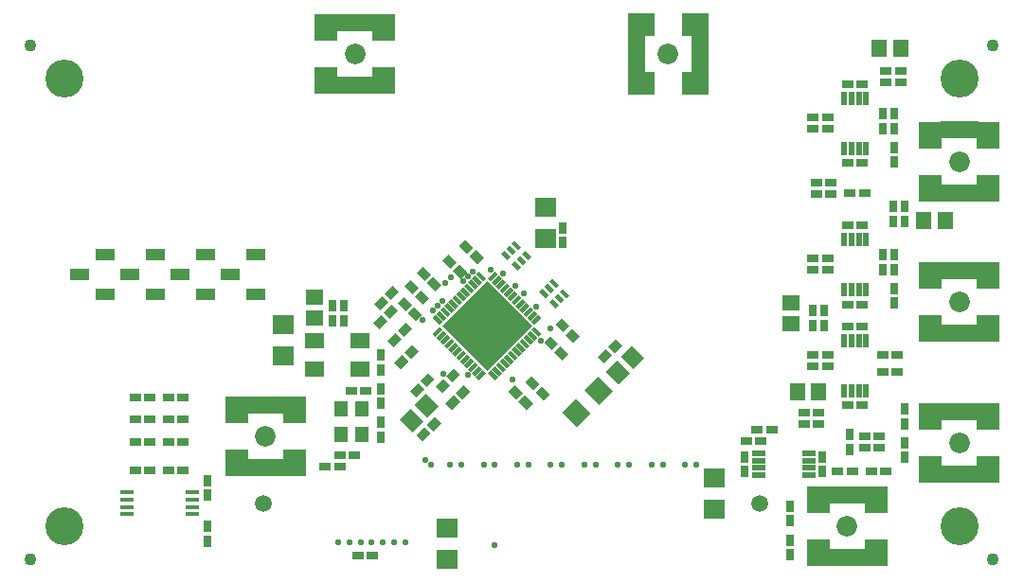
<source format=gts>
G75*
G70*
%OFA0B0*%
%FSLAX24Y24*%
%IPPOS*%
%LPD*%
%AMOC8*
5,1,8,0,0,1.08239X$1,22.5*
%
%ADD10C,0.1339*%
%ADD11C,0.0591*%
%ADD12R,0.0158X0.0355*%
%ADD13R,0.2245X0.2245*%
%ADD14R,0.0316X0.0158*%
%ADD15R,0.0394X0.0316*%
%ADD16R,0.0316X0.0394*%
%ADD17R,0.0750X0.0670*%
%ADD18R,0.0552X0.0631*%
%ADD19R,0.0512X0.0178*%
%ADD20R,0.0197X0.0473*%
%ADD21R,0.0473X0.0197*%
%ADD22R,0.0670X0.0552*%
%ADD23C,0.0721*%
%ADD24R,0.0965X0.0788*%
%ADD25R,0.0631X0.1379*%
%ADD26R,0.0788X0.0965*%
%ADD27R,0.1379X0.0631*%
%ADD28C,0.0434*%
%ADD29R,0.0631X0.0552*%
%ADD30R,0.0453X0.0552*%
%ADD31R,0.0670X0.0434*%
%ADD32R,0.0670X0.0750*%
%ADD33C,0.0220*%
D10*
X002119Y002119D03*
X002119Y017867D03*
X033615Y017867D03*
X033615Y002119D03*
D11*
X026607Y002906D03*
X009126Y002906D03*
D12*
G36*
X016721Y007746D02*
X016833Y007634D01*
X016583Y007384D01*
X016471Y007496D01*
X016721Y007746D01*
G37*
G36*
X016582Y007885D02*
X016694Y007773D01*
X016444Y007523D01*
X016332Y007635D01*
X016582Y007885D01*
G37*
G36*
X016443Y008024D02*
X016555Y007912D01*
X016305Y007662D01*
X016193Y007774D01*
X016443Y008024D01*
G37*
G36*
X016304Y008164D02*
X016416Y008052D01*
X016166Y007802D01*
X016054Y007914D01*
X016304Y008164D01*
G37*
G36*
X016165Y008303D02*
X016277Y008191D01*
X016027Y007941D01*
X015915Y008053D01*
X016165Y008303D01*
G37*
G36*
X016025Y008442D02*
X016137Y008330D01*
X015887Y008080D01*
X015775Y008192D01*
X016025Y008442D01*
G37*
G36*
X015886Y008581D02*
X015998Y008469D01*
X015748Y008219D01*
X015636Y008331D01*
X015886Y008581D01*
G37*
G36*
X015747Y008720D02*
X015859Y008608D01*
X015609Y008358D01*
X015497Y008470D01*
X015747Y008720D01*
G37*
G36*
X015608Y008860D02*
X015720Y008748D01*
X015470Y008498D01*
X015358Y008610D01*
X015608Y008860D01*
G37*
G36*
X015469Y008999D02*
X015581Y008887D01*
X015331Y008637D01*
X015219Y008749D01*
X015469Y008999D01*
G37*
G36*
X015329Y009138D02*
X015441Y009026D01*
X015191Y008776D01*
X015079Y008888D01*
X015329Y009138D01*
G37*
G36*
X015441Y009306D02*
X015329Y009194D01*
X015079Y009444D01*
X015191Y009556D01*
X015441Y009306D01*
G37*
G36*
X015581Y009445D02*
X015469Y009333D01*
X015219Y009583D01*
X015331Y009695D01*
X015581Y009445D01*
G37*
G36*
X015720Y009584D02*
X015608Y009472D01*
X015358Y009722D01*
X015470Y009834D01*
X015720Y009584D01*
G37*
G36*
X015859Y009723D02*
X015747Y009611D01*
X015497Y009861D01*
X015609Y009973D01*
X015859Y009723D01*
G37*
G36*
X015998Y009862D02*
X015886Y009750D01*
X015636Y010000D01*
X015748Y010112D01*
X015998Y009862D01*
G37*
G36*
X016137Y010002D02*
X016025Y009890D01*
X015775Y010140D01*
X015887Y010252D01*
X016137Y010002D01*
G37*
G36*
X016277Y010141D02*
X016165Y010029D01*
X015915Y010279D01*
X016027Y010391D01*
X016277Y010141D01*
G37*
G36*
X016416Y010280D02*
X016304Y010168D01*
X016054Y010418D01*
X016166Y010530D01*
X016416Y010280D01*
G37*
G36*
X016555Y010419D02*
X016443Y010307D01*
X016193Y010557D01*
X016305Y010669D01*
X016555Y010419D01*
G37*
G36*
X016694Y010558D02*
X016582Y010446D01*
X016332Y010696D01*
X016444Y010808D01*
X016694Y010558D01*
G37*
G36*
X016833Y010697D02*
X016721Y010585D01*
X016471Y010835D01*
X016583Y010947D01*
X016833Y010697D01*
G37*
G36*
X016973Y010837D02*
X016861Y010725D01*
X016611Y010975D01*
X016723Y011087D01*
X016973Y010837D01*
G37*
G36*
X017140Y010725D02*
X017028Y010837D01*
X017278Y011087D01*
X017390Y010975D01*
X017140Y010725D01*
G37*
G36*
X017279Y010585D02*
X017167Y010697D01*
X017417Y010947D01*
X017529Y010835D01*
X017279Y010585D01*
G37*
G36*
X017419Y010446D02*
X017307Y010558D01*
X017557Y010808D01*
X017669Y010696D01*
X017419Y010446D01*
G37*
G36*
X017558Y010307D02*
X017446Y010419D01*
X017696Y010669D01*
X017808Y010557D01*
X017558Y010307D01*
G37*
G36*
X017697Y010168D02*
X017585Y010280D01*
X017835Y010530D01*
X017947Y010418D01*
X017697Y010168D01*
G37*
G36*
X017836Y010029D02*
X017724Y010141D01*
X017974Y010391D01*
X018086Y010279D01*
X017836Y010029D01*
G37*
G36*
X017975Y009890D02*
X017863Y010002D01*
X018113Y010252D01*
X018225Y010140D01*
X017975Y009890D01*
G37*
G36*
X018115Y009750D02*
X018003Y009862D01*
X018253Y010112D01*
X018365Y010000D01*
X018115Y009750D01*
G37*
G36*
X018254Y009611D02*
X018142Y009723D01*
X018392Y009973D01*
X018504Y009861D01*
X018254Y009611D01*
G37*
G36*
X018393Y009472D02*
X018281Y009584D01*
X018531Y009834D01*
X018643Y009722D01*
X018393Y009472D01*
G37*
G36*
X018532Y009333D02*
X018420Y009445D01*
X018670Y009695D01*
X018782Y009583D01*
X018532Y009333D01*
G37*
G36*
X018671Y009194D02*
X018559Y009306D01*
X018809Y009556D01*
X018921Y009444D01*
X018671Y009194D01*
G37*
G36*
X018559Y009026D02*
X018671Y009138D01*
X018921Y008888D01*
X018809Y008776D01*
X018559Y009026D01*
G37*
G36*
X018420Y008887D02*
X018532Y008999D01*
X018782Y008749D01*
X018670Y008637D01*
X018420Y008887D01*
G37*
G36*
X018281Y008748D02*
X018393Y008860D01*
X018643Y008610D01*
X018531Y008498D01*
X018281Y008748D01*
G37*
G36*
X018142Y008608D02*
X018254Y008720D01*
X018504Y008470D01*
X018392Y008358D01*
X018142Y008608D01*
G37*
G36*
X018003Y008469D02*
X018115Y008581D01*
X018365Y008331D01*
X018253Y008219D01*
X018003Y008469D01*
G37*
G36*
X017863Y008330D02*
X017975Y008442D01*
X018225Y008192D01*
X018113Y008080D01*
X017863Y008330D01*
G37*
G36*
X017724Y008191D02*
X017836Y008303D01*
X018086Y008053D01*
X017974Y007941D01*
X017724Y008191D01*
G37*
G36*
X017585Y008052D02*
X017697Y008164D01*
X017947Y007914D01*
X017835Y007802D01*
X017585Y008052D01*
G37*
G36*
X017446Y007912D02*
X017558Y008024D01*
X017808Y007774D01*
X017696Y007662D01*
X017446Y007912D01*
G37*
G36*
X017307Y007773D02*
X017419Y007885D01*
X017669Y007635D01*
X017557Y007523D01*
X017307Y007773D01*
G37*
G36*
X017167Y007634D02*
X017279Y007746D01*
X017529Y007496D01*
X017417Y007384D01*
X017167Y007634D01*
G37*
G36*
X017028Y007495D02*
X017140Y007607D01*
X017390Y007357D01*
X017278Y007245D01*
X017028Y007495D01*
G37*
G36*
X016861Y007607D02*
X016973Y007495D01*
X016723Y007245D01*
X016611Y007357D01*
X016861Y007607D01*
G37*
D13*
G36*
X015414Y009166D02*
X017000Y010752D01*
X018586Y009166D01*
X017000Y007580D01*
X015414Y009166D01*
G37*
D14*
G36*
X018079Y011117D02*
X017857Y011339D01*
X017969Y011451D01*
X018191Y011229D01*
X018079Y011117D01*
G37*
G36*
X018260Y011298D02*
X018038Y011520D01*
X018150Y011632D01*
X018372Y011410D01*
X018260Y011298D01*
G37*
G36*
X018441Y011479D02*
X018219Y011701D01*
X018331Y011813D01*
X018553Y011591D01*
X018441Y011479D01*
G37*
G36*
X017898Y011660D02*
X017676Y011882D01*
X017788Y011994D01*
X018010Y011772D01*
X017898Y011660D01*
G37*
G36*
X017717Y011479D02*
X017495Y011701D01*
X017607Y011813D01*
X017829Y011591D01*
X017717Y011479D01*
G37*
G36*
X018079Y011841D02*
X017857Y012063D01*
X017969Y012175D01*
X018191Y011953D01*
X018079Y011841D01*
G37*
G36*
X019418Y010502D02*
X019196Y010724D01*
X019308Y010836D01*
X019530Y010614D01*
X019418Y010502D01*
G37*
G36*
X019237Y010321D02*
X019015Y010543D01*
X019127Y010655D01*
X019349Y010433D01*
X019237Y010321D01*
G37*
G36*
X019056Y010140D02*
X018834Y010362D01*
X018946Y010474D01*
X019168Y010252D01*
X019056Y010140D01*
G37*
G36*
X019418Y009779D02*
X019196Y010001D01*
X019308Y010113D01*
X019530Y009891D01*
X019418Y009779D01*
G37*
G36*
X019599Y009960D02*
X019377Y010182D01*
X019489Y010294D01*
X019711Y010072D01*
X019599Y009960D01*
G37*
G36*
X019780Y010140D02*
X019558Y010362D01*
X019670Y010474D01*
X019892Y010252D01*
X019780Y010140D01*
G37*
D15*
G36*
X019681Y008938D02*
X019403Y009216D01*
X019627Y009440D01*
X019905Y009162D01*
X019681Y008938D01*
G37*
G36*
X020043Y008576D02*
X019765Y008854D01*
X019989Y009078D01*
X020267Y008800D01*
X020043Y008576D01*
G37*
G36*
X019649Y007946D02*
X019371Y008224D01*
X019595Y008448D01*
X019873Y008170D01*
X019649Y007946D01*
G37*
G36*
X019287Y008308D02*
X019009Y008586D01*
X019233Y008810D01*
X019511Y008532D01*
X019287Y008308D01*
G37*
G36*
X021401Y008126D02*
X021123Y007848D01*
X020899Y008072D01*
X021177Y008350D01*
X021401Y008126D01*
G37*
G36*
X021763Y008488D02*
X021485Y008210D01*
X021261Y008434D01*
X021539Y008712D01*
X021763Y008488D01*
G37*
G36*
X018980Y006529D02*
X018702Y006807D01*
X018926Y007031D01*
X019204Y006753D01*
X018980Y006529D01*
G37*
G36*
X018389Y006214D02*
X018111Y006492D01*
X018335Y006716D01*
X018613Y006438D01*
X018389Y006214D01*
G37*
G36*
X018028Y006576D02*
X017750Y006854D01*
X017974Y007078D01*
X018252Y006800D01*
X018028Y006576D01*
G37*
G36*
X018618Y006891D02*
X018340Y007169D01*
X018564Y007393D01*
X018842Y007115D01*
X018618Y006891D01*
G37*
G36*
X015907Y006800D02*
X016185Y007078D01*
X016409Y006854D01*
X016131Y006576D01*
X015907Y006800D01*
G37*
G36*
X015190Y007029D02*
X015468Y007307D01*
X015692Y007083D01*
X015414Y006805D01*
X015190Y007029D01*
G37*
G36*
X014647Y007233D02*
X014925Y007511D01*
X015149Y007287D01*
X014871Y007009D01*
X014647Y007233D01*
G37*
G36*
X014285Y006871D02*
X014563Y007149D01*
X014787Y006925D01*
X014509Y006647D01*
X014285Y006871D01*
G37*
X012729Y006882D03*
X012217Y006882D03*
G36*
X013734Y007855D02*
X014012Y008133D01*
X014236Y007909D01*
X013958Y007631D01*
X013734Y007855D01*
G37*
G36*
X014096Y008217D02*
X014374Y008495D01*
X014598Y008271D01*
X014320Y007993D01*
X014096Y008217D01*
G37*
G36*
X013498Y008643D02*
X013776Y008921D01*
X014000Y008697D01*
X013722Y008419D01*
X013498Y008643D01*
G37*
G36*
X013859Y009005D02*
X014137Y009283D01*
X014361Y009059D01*
X014083Y008781D01*
X013859Y009005D01*
G37*
G36*
X012986Y009273D02*
X013264Y009551D01*
X013488Y009327D01*
X013210Y009049D01*
X012986Y009273D01*
G37*
G36*
X013348Y009635D02*
X013626Y009913D01*
X013850Y009689D01*
X013572Y009411D01*
X013348Y009635D01*
G37*
G36*
X013025Y009942D02*
X013303Y010220D01*
X013527Y009996D01*
X013249Y009718D01*
X013025Y009942D01*
G37*
G36*
X013387Y010304D02*
X013665Y010582D01*
X013889Y010358D01*
X013611Y010080D01*
X013387Y010304D01*
G37*
G36*
X014130Y009686D02*
X013852Y009964D01*
X014076Y010188D01*
X014354Y009910D01*
X014130Y009686D01*
G37*
G36*
X014492Y009324D02*
X014214Y009602D01*
X014438Y009826D01*
X014716Y009548D01*
X014492Y009324D01*
G37*
G36*
X014674Y010417D02*
X014952Y010139D01*
X014728Y009915D01*
X014450Y010193D01*
X014674Y010417D01*
G37*
G36*
X014312Y010779D02*
X014590Y010501D01*
X014366Y010277D01*
X014088Y010555D01*
X014312Y010779D01*
G37*
G36*
X014745Y011251D02*
X015023Y010973D01*
X014799Y010749D01*
X014521Y011027D01*
X014745Y011251D01*
G37*
G36*
X015107Y010889D02*
X015385Y010611D01*
X015161Y010387D01*
X014883Y010665D01*
X015107Y010889D01*
G37*
G36*
X015651Y011684D02*
X015929Y011406D01*
X015705Y011182D01*
X015427Y011460D01*
X015651Y011684D01*
G37*
G36*
X016241Y012196D02*
X016519Y011918D01*
X016295Y011694D01*
X016017Y011972D01*
X016241Y012196D01*
G37*
G36*
X016603Y011834D02*
X016881Y011556D01*
X016657Y011332D01*
X016379Y011610D01*
X016603Y011834D01*
G37*
G36*
X016013Y011322D02*
X016291Y011044D01*
X016067Y010820D01*
X015789Y011098D01*
X016013Y011322D01*
G37*
G36*
X015552Y007391D02*
X015830Y007669D01*
X016054Y007445D01*
X015776Y007167D01*
X015552Y007391D01*
G37*
G36*
X015545Y006438D02*
X015823Y006716D01*
X016047Y006492D01*
X015769Y006214D01*
X015545Y006438D01*
G37*
G36*
X014883Y005678D02*
X015161Y005956D01*
X015385Y005732D01*
X015107Y005454D01*
X014883Y005678D01*
G37*
G36*
X014521Y005316D02*
X014799Y005594D01*
X015023Y005370D01*
X014745Y005092D01*
X014521Y005316D01*
G37*
X012335Y004599D03*
X011823Y004599D03*
X011823Y004205D03*
X011311Y004205D03*
X012453Y001056D03*
X012965Y001056D03*
X006311Y004087D03*
X005800Y004087D03*
X005130Y004087D03*
X004619Y004087D03*
X004619Y005071D03*
X005130Y005071D03*
X005800Y005071D03*
X006311Y005071D03*
X006311Y005859D03*
X005800Y005859D03*
X005130Y005859D03*
X004619Y005859D03*
X004619Y006646D03*
X005130Y006646D03*
X005800Y006646D03*
X006311Y006646D03*
X026115Y005111D03*
X026626Y005111D03*
X026508Y005504D03*
X027020Y005504D03*
X028162Y005701D03*
X028162Y006095D03*
X028674Y006095D03*
X028674Y005701D03*
X029697Y006370D03*
X030209Y006370D03*
X030288Y005268D03*
X030288Y004874D03*
X030800Y004874D03*
X030800Y005268D03*
X031036Y004048D03*
X030524Y004048D03*
X029855Y004048D03*
X029343Y004048D03*
X030918Y007552D03*
X031430Y007552D03*
X031430Y008142D03*
X030918Y008142D03*
X030209Y009126D03*
X029697Y009126D03*
X029697Y009914D03*
X030209Y009914D03*
X028989Y011134D03*
X028989Y011528D03*
X028477Y011528D03*
X028477Y011134D03*
X029697Y012709D03*
X030209Y012709D03*
X030288Y013851D03*
X029776Y013851D03*
X029107Y013811D03*
X028595Y013811D03*
X028595Y014205D03*
X029107Y014205D03*
X029697Y014914D03*
X030209Y014914D03*
X028989Y016095D03*
X028989Y016489D03*
X028477Y016489D03*
X028477Y016095D03*
X029697Y017670D03*
X030209Y017670D03*
X031036Y017748D03*
X031036Y018142D03*
X031548Y018142D03*
X031548Y017748D03*
X028989Y008142D03*
X028989Y007748D03*
X028477Y007748D03*
X028477Y008142D03*
D16*
X028457Y009185D03*
X028851Y009185D03*
X028851Y009697D03*
X028457Y009697D03*
X030937Y011154D03*
X031331Y011154D03*
X031331Y011666D03*
X030937Y011666D03*
X031292Y012847D03*
X031685Y012847D03*
X031685Y013359D03*
X031292Y013359D03*
X031331Y014933D03*
X031331Y015445D03*
X031331Y016115D03*
X030937Y016115D03*
X030937Y016626D03*
X031331Y016626D03*
X031331Y010485D03*
X031331Y009973D03*
X031685Y006233D03*
X031685Y005721D03*
X031685Y005052D03*
X031685Y004540D03*
X029756Y004815D03*
X029756Y005327D03*
X028811Y004540D03*
X028811Y004028D03*
X027650Y002807D03*
X027650Y002296D03*
X027650Y001607D03*
X027650Y001095D03*
X026056Y004028D03*
X026056Y004540D03*
X019678Y012099D03*
X019678Y012611D03*
X013260Y008122D03*
X013260Y007611D03*
X013260Y006941D03*
X013260Y006430D03*
X013260Y005760D03*
X013260Y005248D03*
X007158Y003713D03*
X007158Y003201D03*
X007158Y002099D03*
X007158Y001587D03*
X011567Y009343D03*
X011961Y009343D03*
X011961Y009855D03*
X011567Y009855D03*
D17*
X009835Y009214D03*
X009835Y008094D03*
X019067Y012228D03*
X019067Y013348D03*
X024993Y003820D03*
X024993Y002700D03*
X015583Y002048D03*
X015583Y000929D03*
D18*
G36*
X013917Y005857D02*
X014307Y006247D01*
X014751Y005803D01*
X014361Y005413D01*
X013917Y005857D01*
G37*
G36*
X014446Y006386D02*
X014836Y006776D01*
X015280Y006332D01*
X014890Y005942D01*
X014446Y006386D01*
G37*
G36*
X022015Y007496D02*
X021625Y007106D01*
X021181Y007550D01*
X021571Y007940D01*
X022015Y007496D01*
G37*
G36*
X022544Y008025D02*
X022154Y007635D01*
X021710Y008079D01*
X022100Y008469D01*
X022544Y008025D01*
G37*
X027926Y006843D03*
X028674Y006843D03*
X032374Y012867D03*
X033122Y012867D03*
X031548Y018930D03*
X030800Y018930D03*
D19*
X006617Y003290D03*
X006617Y003034D03*
X006617Y002778D03*
X006617Y002522D03*
X004313Y002522D03*
X004313Y002778D03*
X004313Y003034D03*
X004313Y003290D03*
D20*
X029569Y006863D03*
X029825Y006863D03*
X030081Y006863D03*
X030337Y006863D03*
X030337Y008634D03*
X030081Y008634D03*
X029825Y008634D03*
X029569Y008634D03*
X029569Y010445D03*
X029825Y010445D03*
X030081Y010445D03*
X030337Y010445D03*
X030337Y012217D03*
X030081Y012217D03*
X029825Y012217D03*
X029569Y012217D03*
X029569Y015406D03*
X029825Y015406D03*
X030081Y015406D03*
X030337Y015406D03*
X030337Y017178D03*
X030081Y017178D03*
X029825Y017178D03*
X029569Y017178D03*
D21*
X028319Y004668D03*
X028319Y004412D03*
X028319Y004156D03*
X028319Y003900D03*
X026548Y003900D03*
X026548Y004156D03*
X026548Y004412D03*
X026548Y004668D03*
D22*
X012512Y007650D03*
X012512Y008634D03*
X010937Y008634D03*
X010937Y007650D03*
D23*
X009205Y005268D03*
X029678Y002119D03*
X033615Y005032D03*
X033615Y009993D03*
X033615Y014953D03*
X023378Y018733D03*
X012355Y018733D03*
D24*
X022443Y019756D03*
X024313Y019756D03*
X024313Y017709D03*
X022443Y017709D03*
D25*
X022276Y018733D03*
X024481Y018733D03*
D26*
X032591Y015888D03*
X034638Y015888D03*
X034638Y014018D03*
X032591Y014018D03*
X032591Y010928D03*
X034638Y010928D03*
X034638Y009057D03*
X032591Y009057D03*
X032591Y005967D03*
X034638Y005967D03*
X034638Y004097D03*
X032591Y004097D03*
X030701Y003054D03*
X028654Y003054D03*
X028654Y001183D03*
X030701Y001183D03*
X010229Y004333D03*
X008181Y004333D03*
X008181Y006203D03*
X010229Y006203D03*
X011331Y017798D03*
X013378Y017798D03*
X013378Y019668D03*
X011331Y019668D03*
D27*
X012355Y019835D03*
X012355Y017630D03*
X009205Y006370D03*
X009205Y004166D03*
X029678Y003221D03*
X029678Y001016D03*
X033615Y003930D03*
X033615Y006134D03*
X033615Y008890D03*
X033615Y011095D03*
X033615Y013851D03*
X033615Y016056D03*
D28*
X000937Y000937D03*
X000937Y019048D03*
X034796Y019048D03*
X034796Y000937D03*
D29*
X027709Y009225D03*
X027709Y009973D03*
X010937Y010170D03*
X010937Y009422D03*
D30*
X011872Y006233D03*
X012601Y006233D03*
X012601Y005327D03*
X011872Y005327D03*
D31*
X008870Y010288D03*
X007965Y010977D03*
X007099Y011666D03*
X006193Y010977D03*
X005327Y011666D03*
X004422Y010977D03*
X003556Y011666D03*
X002650Y010977D03*
X003556Y010288D03*
X005327Y010288D03*
X007099Y010288D03*
X008870Y011666D03*
D32*
G36*
X020650Y006065D02*
X020176Y005591D01*
X019646Y006121D01*
X020120Y006595D01*
X020650Y006065D01*
G37*
G36*
X021442Y006856D02*
X020968Y006382D01*
X020438Y006912D01*
X020912Y007386D01*
X021442Y006856D01*
G37*
D33*
X018890Y008654D03*
X019244Y009087D03*
X018733Y009835D03*
X018300Y010307D03*
X017985Y010583D03*
X017552Y011016D03*
X017119Y011134D03*
X016489Y011056D03*
X016331Y010898D03*
X016174Y010741D03*
X015741Y010859D03*
X015544Y010662D03*
X015426Y010032D03*
X015268Y009874D03*
X015111Y009717D03*
X014717Y009363D03*
X015465Y007473D03*
X016331Y007433D03*
X017906Y007276D03*
X018063Y004284D03*
X018457Y004284D03*
X019244Y004284D03*
X019638Y004284D03*
X020426Y004284D03*
X020819Y004284D03*
X021607Y004284D03*
X022000Y004284D03*
X022788Y004284D03*
X023181Y004284D03*
X023969Y004284D03*
X024363Y004284D03*
X017276Y004284D03*
X016882Y004284D03*
X016095Y004284D03*
X015701Y004284D03*
X015032Y004284D03*
X014835Y004441D03*
X014126Y001528D03*
X013733Y001528D03*
X013339Y001528D03*
X012945Y001528D03*
X012552Y001528D03*
X012158Y001528D03*
X011764Y001528D03*
X017276Y001449D03*
M02*

</source>
